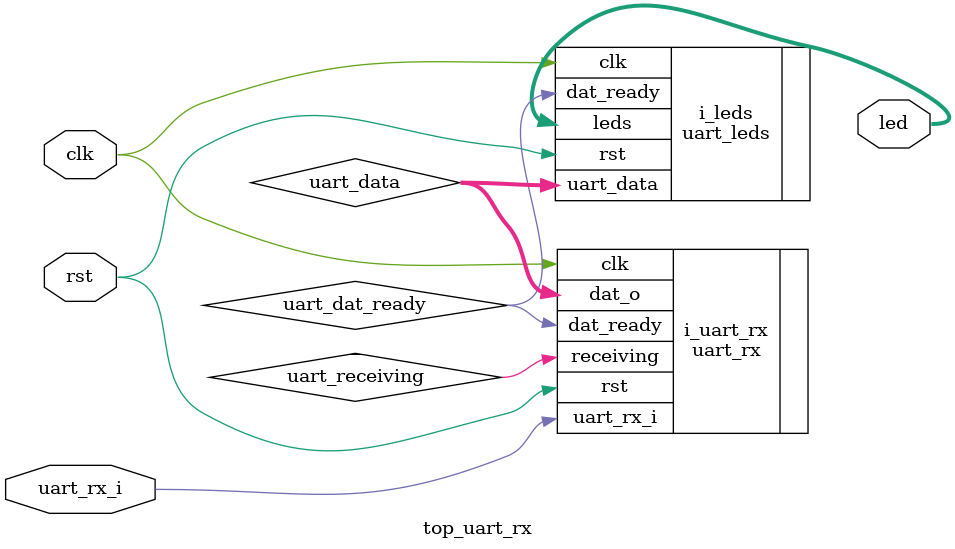
<source format=v>
module top_uart_rx
  (
    input            rst,
    input            clk,
    input            uart_rx_i,
    output [7:0]     led
  );

  wire uart_dat_ready;
  wire [7:0] uart_data;

  uart_rx
    //#(.G_FREQ_CLK(10**8),  // nexys4
    #(.G_FREQ_CLK(12*(10**6)), // alhambra 2
      .G_BAUD (115200)
    ) i_uart_rx
    (
      .rst       (rst),
      .clk       (clk),
      .uart_rx_i   (uart_rx_i),
      .receiving (uart_receiving),
      .dat_ready (uart_dat_ready),
      .dat_o     (uart_data)
    );

  uart_leds i_leds
    (
      .rst       (rst),
      .clk       (clk),
      .dat_ready (uart_dat_ready),
      .uart_data (uart_data),
      .leds      (led)
    );

endmodule


</source>
